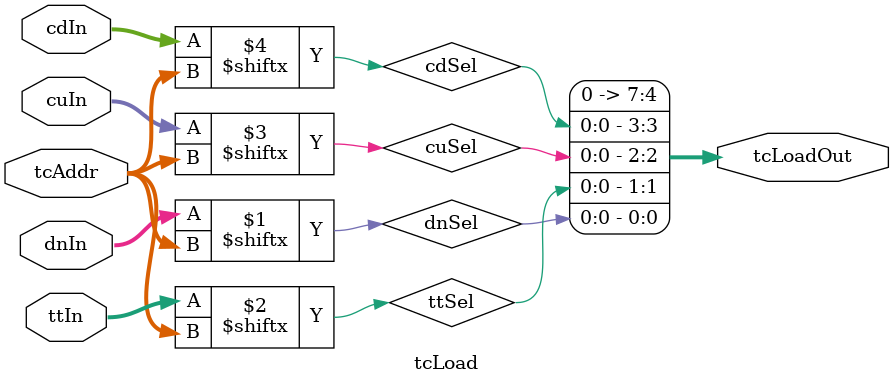
<source format=v>

`timescale 1ns / 1ps////////////////////////////////////////////////////////////////////////////////////////////////

// 8-bit Pipelined Processor defines



// program counter & instruction register






// control unit


























//`define		SPIxFER				`instOpCodeLen'b11001
//`define		SPIstat				`instOpCodeLen'b11010
//`define		SPIwBUF				`instOpCodeLen'b11011
//`define		SPIrBUF				`instOpCodeLen'b11100

// alu opcodes















// bit RAM



// byte RAM




// input register



// output register



// accumulator multiplexer








// operand2 multiplexer









//-----------------------------------------------------------------------------------------------------

// peripheral defines




//-----------------------------------------------------------------------------------------------------

// Timer-Counter














//-----------------------------------------------------------------------------------------------------

// UART








module tcLoad (tcAddr, dnIn, ttIn, cuIn, cdIn, tcLoadOut);

	input [4-1:0] tcAddr;
	input [8-1:0] dnIn, ttIn, cuIn, cdIn;
	
	output [7:0] tcLoadOut;
	
	
	wire dnSel, ttSel, cuSel, cdSel;
				
			
	assign dnSel = dnIn[tcAddr];
	assign ttSel = ttIn[tcAddr];
	assign cuSel = cuIn[tcAddr];
	assign cdSel = cdIn[tcAddr];

	assign tcLoadOut = {4'b0, cdSel, cuSel, ttSel, dnSel};


endmodule

</source>
